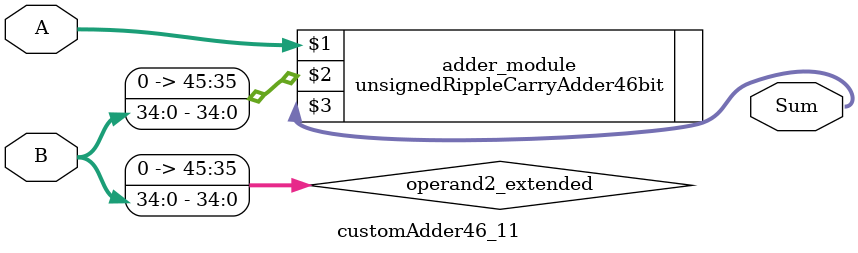
<source format=v>
module customAdder46_11(
                        input [45 : 0] A,
                        input [34 : 0] B,
                        
                        output [46 : 0] Sum
                );

        wire [45 : 0] operand2_extended;
        
        assign operand2_extended =  {11'b0, B};
        
        unsignedRippleCarryAdder46bit adder_module(
            A,
            operand2_extended,
            Sum
        );
        
        endmodule
        
</source>
